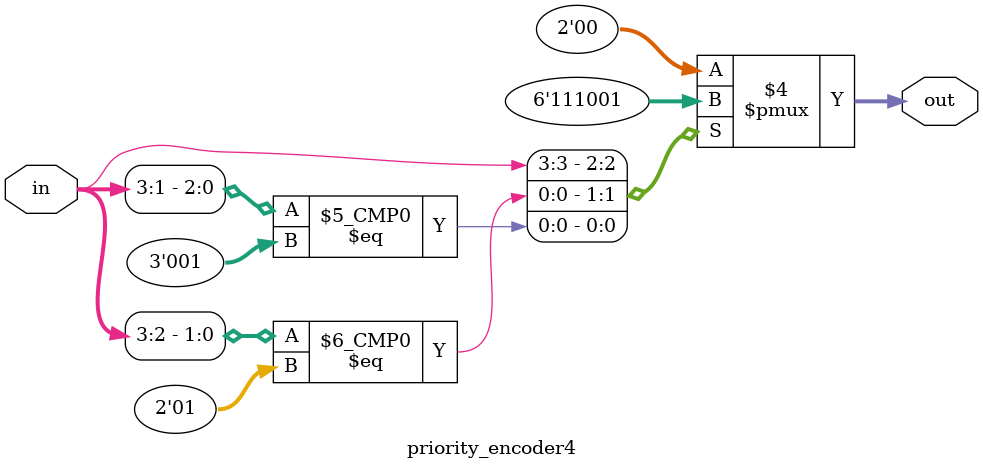
<source format=v>
`timescale 1ns / 1ps

module priority_encoder4 (input  [3:0]  in,
                         output reg  [1:0]  out);

  always @* begin
    casex (in)
      4'b1xxx : out = 2'd3;
      4'b01xx : out = 2'd2;
      4'b001x : out = 2'd1;
      4'b0001 : out = 2'd0;
      default : out = 2'd0;
    endcase
  end

endmodule

</source>
